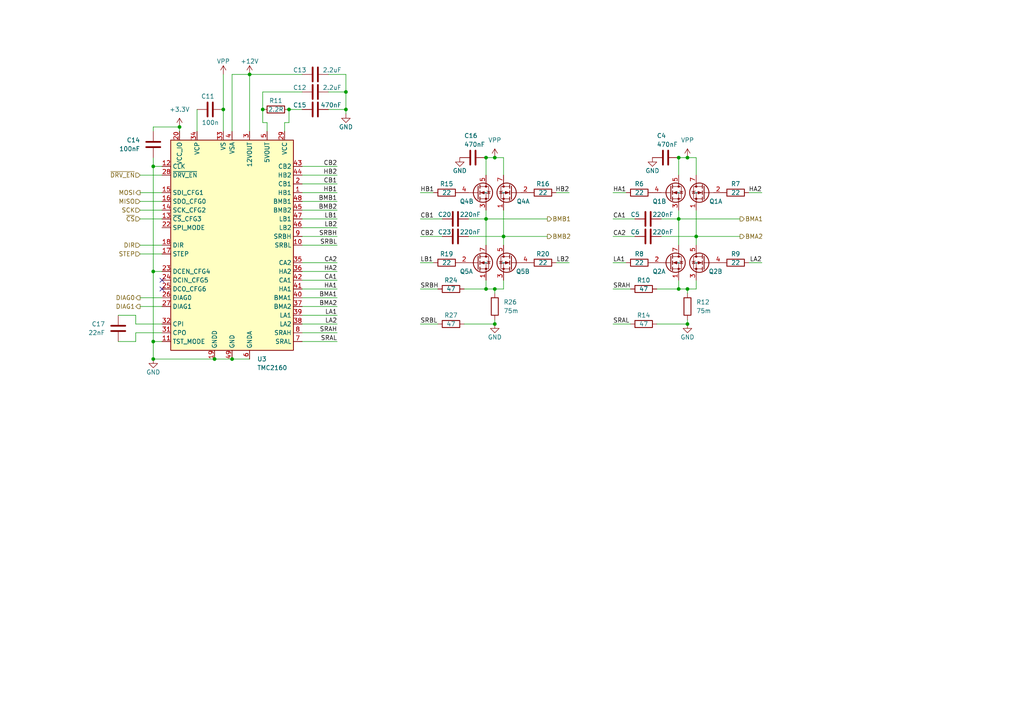
<source format=kicad_sch>
(kicad_sch (version 20230121) (generator eeschema)
  (paper "A4")
  (title_block (title "Evo Motor Controller") (date "2025-01-12") (rev "1.0") (company "Evolutek - Fizzi_"))
  (lib_symbols
    (symbol "ComponentsEvo:Si9634DY" (pin_names hide)
      (property "Reference" "Q" (at -2.54 5.08 0))
      (symbol "Si9634DY_0_1"
        (polyline (pts (xy 0.254 0) (xy -2.54 0)))
        (polyline (pts (xy 0.254 1.905) (xy 0.254 -1.905)) (stroke (width 0.254)))
        (polyline (pts (xy 0.762 -1.27) (xy 0.762 -2.286)) (stroke (width 0.254)))
        (polyline (pts (xy 0.762 0.508) (xy 0.762 -0.508)) (stroke (width 0.254)))
        (polyline (pts (xy 0.762 2.286) (xy 0.762 1.27)) (stroke (width 0.254)))
        (polyline (pts (xy 2.54 2.54) (xy 2.54 1.778)))
        (polyline (pts (xy 2.54 -2.54) (xy 2.54 0) (xy 0.762 0)))
        (polyline (pts (xy 0.762 -1.778) (xy 3.302 -1.778) (xy 3.302 1.778) (xy 0.762 1.778)))
        (polyline (pts (xy 1.016 0) (xy 2.032 0.381) (xy 2.032 -0.381) (xy 1.016 0)) (fill (type outline)))
        (polyline (pts (xy 2.794 0.508) (xy 2.921 0.381) (xy 3.683 0.381) (xy 3.81 0.254)))
        (polyline (pts (xy 3.302 0.381) (xy 2.921 -0.254) (xy 3.683 -0.254) (xy 3.302 0.381)))
        (circle (center 1.651 0) (radius 2.794) (stroke (width 0.254)))
        (circle (center 2.54 -1.778) (radius 0.254) (fill (type outline)))
        (circle (center 2.54 1.778) (radius 0.254) (fill (type outline)))
      )
      (symbol "Si9634DY_1_1"
        (pin passive line (at 2.54 -5.08 90) (length 2.54) (name "S") (number "1"))
        (pin input line (at -5.08 0 0) (length 2.54) (name "G") (number "2"))
        (pin passive line (at 2.54 5.08 270) (length 2.54) (name "D") (number "7"))
        (pin passive line (at 2.54 5.08 270) (length 2.54) hide (name "D") (number "8"))
      )
      (symbol "Si9634DY_2_1"
        (pin passive line (at 2.54 -5.08 90) (length 2.54) (name "S") (number "3"))
        (pin input line (at -5.08 0 0) (length 2.54) (name "G") (number "4"))
        (pin passive line (at 2.54 5.08 270) (length 2.54) (name "D") (number "5"))
        (pin passive line (at 2.54 5.08 270) (length 2.54) hide (name "D") (number "6"))
      )
    )
    (symbol "Device:C" (pin_numbers hide) (pin_names (offset 0.254))
      (property "Reference" "C" (at 0.635 2.54 0))
      (property "Value" "C" (at 0.635 -2.54 0))
      (symbol "C_0_1"
        (polyline (pts (xy -2.032 -0.762) (xy 2.032 -0.762)) (stroke (width 0.508)))
        (polyline (pts (xy -2.032 0.762) (xy 2.032 0.762)) (stroke (width 0.508)))
      )
      (symbol "C_1_1"
        (pin passive line (at 0 3.81 270) (length 2.794) (name "~") (number "1"))
        (pin passive line (at 0 -3.81 90) (length 2.794) (name "~") (number "2"))
      )
    )
    (symbol "Device:R" (pin_numbers hide) (pin_names (offset 0))
      (property "Reference" "R" (at 2.032 0 90))
      (property "Value" "R" (at 0 0 90))
      (symbol "R_0_1"
        (rectangle (start -1.016 -2.54) (end 1.016 2.54) (stroke (width 0.254)))
      )
      (symbol "R_1_1"
        (pin passive line (at 0 3.81 270) (length 1.27) (name "~") (number "1"))
        (pin passive line (at 0 -3.81 90) (length 1.27) (name "~") (number "2"))
      )
    )
    (symbol "Driver_Motor:TMC2160"
      (property "Reference" "U" (at -12.7 -33.02 0))
      (property "Value" "TMC2160" (at 17.78 -33.02 0))
      (symbol "TMC2160_1_1"
        (rectangle (start -17.78 30.48) (end 17.78 -30.48) (stroke (width 0.254)) (fill (type background)))
        (pin output line (at 20.32 15.24 180) (length 2.54) (name "HB1") (number "1"))
        (pin input line (at 20.32 0 180) (length 2.54) (name "SRBL") (number "10"))
        (pin input line (at -20.32 -27.94 0) (length 2.54) (name "TST_MODE") (number "11"))
        (pin input line (at -20.32 22.86 0) (length 2.54) (name "CLK") (number "12"))
        (pin input line (at -20.32 7.62 0) (length 2.54) (name "~{CS}_CFG3") (number "13"))
        (pin input line (at -20.32 10.16 0) (length 2.54) (name "SCK_CFG2") (number "14"))
        (pin input line (at -20.32 15.24 0) (length 2.54) (name "SDI_CFG1") (number "15"))
        (pin passive line (at -20.32 12.7 0) (length 2.54) (name "SDO_CFG0") (number "16"))
        (pin input line (at -20.32 -2.54 0) (length 2.54) (name "STEP") (number "17"))
        (pin input line (at -20.32 0 0) (length 2.54) (name "DIR") (number "18"))
        (pin power_in line (at -5.08 -33.02 90) (length 2.54) (name "GNDD") (number "19"))
        (pin output line (at 20.32 17.78 180) (length 2.54) (name "CB1") (number "2"))
        (pin power_in line (at -15.24 33.02 270) (length 2.54) (name "VCC_IO") (number "20"))
        (pin passive line (at -15.24 33.02 270) (length 2.54) hide (name "VCC_IO") (number "21"))
        (pin input line (at -20.32 5.08 0) (length 2.54) (name "SPI_MODE") (number "22"))
        (pin input line (at -20.32 -7.62 0) (length 2.54) (name "DCEN_CFG4") (number "23"))
        (pin input line (at -20.32 -10.16 0) (length 2.54) (name "DCIN_CFG5") (number "24"))
        (pin output line (at -20.32 -12.7 0) (length 2.54) (name "DCO_CFG6") (number "25"))
        (pin output line (at -20.32 -15.24 0) (length 2.54) (name "DIAG0") (number "26"))
        (pin output line (at -20.32 -17.78 0) (length 2.54) (name "DIAG1") (number "27"))
        (pin input line (at -20.32 20.32 0) (length 2.54) (name "~{DRV_EN}") (number "28"))
        (pin power_in line (at 15.24 33.02 270) (length 2.54) (name "VCC") (number "29"))
        (pin power_in line (at 5.08 33.02 270) (length 2.54) (name "12VOUT") (number "3"))
        (pin passive line (at -5.08 -33.02 90) (length 2.54) hide (name "GNDD") (number "30"))
        (pin passive line (at -20.32 -25.4 0) (length 2.54) (name "CPO") (number "31"))
        (pin passive line (at -20.32 -22.86 0) (length 2.54) (name "CPI") (number "32"))
        (pin power_in line (at -2.54 33.02 270) (length 2.54) (name "VS") (number "33"))
        (pin passive line (at -10.16 33.02 270) (length 2.54) (name "VCP") (number "34"))
        (pin passive line (at 20.32 -5.08 180) (length 2.54) (name "CA2") (number "35"))
        (pin output line (at 20.32 -7.62 180) (length 2.54) (name "HA2") (number "36"))
        (pin passive line (at 20.32 -17.78 180) (length 2.54) (name "BMA2") (number "37"))
        (pin output line (at 20.32 -22.86 180) (length 2.54) (name "LA2") (number "38"))
        (pin output line (at 20.32 -20.32 180) (length 2.54) (name "LA1") (number "39"))
        (pin power_in line (at 0 33.02 270) (length 2.54) (name "VSA") (number "4"))
        (pin passive line (at 20.32 -15.24 180) (length 2.54) (name "BMA1") (number "40"))
        (pin output line (at 20.32 -12.7 180) (length 2.54) (name "HA1") (number "41"))
        (pin output line (at 20.32 -10.16 180) (length 2.54) (name "CA1") (number "42"))
        (pin passive line (at 20.32 22.86 180) (length 2.54) (name "CB2") (number "43"))
        (pin output line (at 20.32 20.32 180) (length 2.54) (name "HB2") (number "44"))
        (pin passive line (at 20.32 10.16 180) (length 2.54) (name "BMB2") (number "45"))
        (pin output line (at 20.32 5.08 180) (length 2.54) (name "LB2") (number "46"))
        (pin output line (at 20.32 7.62 180) (length 2.54) (name "LB1") (number "47"))
        (pin passive line (at 20.32 12.7 180) (length 2.54) (name "BMB1") (number "48"))
        (pin power_in line (at 0 -33.02 90) (length 2.54) (name "GND") (number "49"))
        (pin power_out line (at 10.16 33.02 270) (length 2.54) (name "5VOUT") (number "5"))
        (pin power_in line (at 5.08 -33.02 90) (length 2.54) (name "GNDA") (number "6"))
        (pin input line (at 20.32 -27.94 180) (length 2.54) (name "SRAL") (number "7"))
        (pin input line (at 20.32 -25.4 180) (length 2.54) (name "SRAH") (number "8"))
        (pin input line (at 20.32 2.54 180) (length 2.54) (name "SRBH") (number "9"))
      )
    )
    (symbol "power:+12V" (power) (pin_names (offset 0))
      (property "Value" "+12V" (at 0 3.556 0))
      (symbol "+12V_0_1"
        (polyline (pts (xy -0.762 1.27) (xy 0 2.54)))
        (polyline (pts (xy 0 0) (xy 0 2.54)))
        (polyline (pts (xy 0 2.54) (xy 0.762 1.27)))
      )
      (symbol "+12V_1_1"
        (pin power_in line (at 0 0 90) (length 0) hide (name "+12V") (number "1"))
      )
    )
    (symbol "power:+3.3V" (power) (pin_names (offset 0))
      (property "Value" "+3.3V" (at 0 3.556 0))
      (symbol "+3.3V_0_1"
        (polyline (pts (xy -0.762 1.27) (xy 0 2.54)))
        (polyline (pts (xy 0 0) (xy 0 2.54)))
        (polyline (pts (xy 0 2.54) (xy 0.762 1.27)))
      )
      (symbol "+3.3V_1_1"
        (pin power_in line (at 0 0 90) (length 0) hide (name "+3.3V") (number "1"))
      )
    )
    (symbol "power:GND" (power) (pin_names (offset 0))
      (property "Value" "GND" (at 0 -3.81 0))
      (symbol "GND_0_1"
        (polyline (pts (xy 0 0) (xy 0 -1.27) (xy 1.27 -1.27) (xy 0 -2.54) (xy -1.27 -1.27) (xy 0 -1.27)))
      )
      (symbol "GND_1_1"
        (pin power_in line (at 0 0 270) (length 0) hide (name "GND") (number "1"))
      )
    )
    (symbol "power:VPP" (power) (pin_names (offset 0))
      (property "Value" "VPP" (at 0 3.81 0))
      (symbol "VPP_0_1"
        (polyline (pts (xy -0.762 1.27) (xy 0 2.54)))
        (polyline (pts (xy 0 0) (xy 0 2.54)))
        (polyline (pts (xy 0 2.54) (xy 0.762 1.27)))
      )
      (symbol "VPP_1_1"
        (pin power_in line (at 0 0 90) (length 0) hide (name "VPP") (number "1"))
      )
    )
  )
  (junction (at 76.2 31.75))
  (junction (at 67.31 104.14))
  (junction (at 62.23 104.14))
  (junction (at 100.33 31.75))
  (junction (at 44.45 48.26))
  (junction (at 199.39 83.82))
  (junction (at 140.97 83.82))
  (junction (at 196.85 63.5))
  (junction (at 52.07 36.83))
  (junction (at 72.39 21.59))
  (junction (at 196.85 45.72))
  (junction (at 44.45 99.06))
  (junction (at 100.33 26.67))
  (junction (at 140.97 45.72))
  (junction (at 83.82 31.75))
  (junction (at 201.93 68.58))
  (junction (at 143.51 83.82))
  (junction (at 146.05 68.58))
  (junction (at 196.85 83.82))
  (junction (at 44.45 104.14))
  (junction (at 64.77 31.75))
  (junction (at 199.39 45.72))
  (junction (at 143.51 45.72))
  (junction (at 143.51 93.98))
  (junction (at 199.39 93.98))
  (junction (at 140.97 63.5))
  (junction (at 44.45 78.74))
  (no_connect (at 46.99 81.28))
  (no_connect (at 46.99 83.82))
  (wire (pts (xy 44.45 38.1) (xy 44.45 36.83)))
  (wire (pts (xy 121.92 83.82) (xy 127 83.82)))
  (wire (pts (xy 146.05 60.96) (xy 146.05 68.58)))
  (wire (pts (xy 83.82 31.75) (xy 87.63 31.75)))
  (wire (pts (xy 40.64 60.96) (xy 46.99 60.96)))
  (wire (pts (xy 44.45 99.06) (xy 44.45 104.14)))
  (wire (pts (xy 121.92 68.58) (xy 128.27 68.58)))
  (wire (pts (xy 143.51 83.82) (xy 146.05 83.82)))
  (wire (pts (xy 135.89 63.5) (xy 140.97 63.5)))
  (wire (pts (xy 201.93 45.72) (xy 201.93 50.8)))
  (wire (pts (xy 196.85 83.82) (xy 199.39 83.82)))
  (wire (pts (xy 67.31 21.59) (xy 72.39 21.59)))
  (wire (pts (xy 44.45 78.74) (xy 44.45 48.26)))
  (wire (pts (xy 44.45 99.06) (xy 44.45 78.74)))
  (wire (pts (xy 140.97 63.5) (xy 140.97 71.12)))
  (wire (pts (xy 201.93 60.96) (xy 201.93 68.58)))
  (wire (pts (xy 177.8 63.5) (xy 184.15 63.5)))
  (wire (pts (xy 196.85 63.5) (xy 196.85 60.96)))
  (wire (pts (xy 44.45 45.72) (xy 44.45 48.26)))
  (wire (pts (xy 196.85 45.72) (xy 196.85 50.8)))
  (wire (pts (xy 199.39 45.72) (xy 196.85 45.72)))
  (wire (pts (xy 87.63 63.5) (xy 97.79 63.5)))
  (wire (pts (xy 87.63 58.42) (xy 97.79 58.42)))
  (wire (pts (xy 146.05 68.58) (xy 158.75 68.58)))
  (wire (pts (xy 34.29 91.44) (xy 39.37 91.44)))
  (wire (pts (xy 40.64 58.42) (xy 46.99 58.42)))
  (wire (pts (xy 87.63 71.12) (xy 97.79 71.12)))
  (wire (pts (xy 76.2 26.67) (xy 76.2 31.75)))
  (wire (pts (xy 87.63 81.28) (xy 97.79 81.28)))
  (wire (pts (xy 72.39 21.59) (xy 72.39 38.1)))
  (wire (pts (xy 40.64 86.36) (xy 46.99 86.36)))
  (wire (pts (xy 82.55 35.56) (xy 83.82 35.56)))
  (wire (pts (xy 76.2 31.75) (xy 76.2 35.56)))
  (wire (pts (xy 95.25 31.75) (xy 100.33 31.75)))
  (wire (pts (xy 87.63 91.44) (xy 97.79 91.44)))
  (wire (pts (xy 39.37 93.98) (xy 46.99 93.98)))
  (wire (pts (xy 196.85 63.5) (xy 214.63 63.5)))
  (wire (pts (xy 201.93 68.58) (xy 214.63 68.58)))
  (wire (pts (xy 146.05 45.72) (xy 146.05 50.8)))
  (wire (pts (xy 87.63 68.58) (xy 97.79 68.58)))
  (wire (pts (xy 199.39 83.82) (xy 199.39 85.09)))
  (wire (pts (xy 72.39 21.59) (xy 87.63 21.59)))
  (wire (pts (xy 201.93 68.58) (xy 201.93 71.12)))
  (wire (pts (xy 177.8 93.98) (xy 182.88 93.98)))
  (wire (pts (xy 87.63 88.9) (xy 97.79 88.9)))
  (wire (pts (xy 95.25 21.59) (xy 100.33 21.59)))
  (wire (pts (xy 100.33 26.67) (xy 100.33 31.75)))
  (wire (pts (xy 62.23 104.14) (xy 67.31 104.14)))
  (wire (pts (xy 191.77 63.5) (xy 196.85 63.5)))
  (wire (pts (xy 87.63 55.88) (xy 97.79 55.88)))
  (wire (pts (xy 100.33 31.75) (xy 100.33 33.02)))
  (wire (pts (xy 76.2 26.67) (xy 87.63 26.67)))
  (wire (pts (xy 177.8 76.2) (xy 181.61 76.2)))
  (wire (pts (xy 83.82 31.75) (xy 83.82 35.56)))
  (wire (pts (xy 177.8 68.58) (xy 184.15 68.58)))
  (wire (pts (xy 165.1 76.2) (xy 161.29 76.2)))
  (wire (pts (xy 77.47 35.56) (xy 77.47 38.1)))
  (wire (pts (xy 87.63 93.98) (xy 97.79 93.98)))
  (wire (pts (xy 46.99 96.52) (xy 39.37 96.52)))
  (wire (pts (xy 140.97 63.5) (xy 140.97 60.96)))
  (wire (pts (xy 135.89 68.58) (xy 146.05 68.58)))
  (wire (pts (xy 165.1 55.88) (xy 161.29 55.88)))
  (wire (pts (xy 40.64 63.5) (xy 46.99 63.5)))
  (wire (pts (xy 87.63 50.8) (xy 97.79 50.8)))
  (wire (pts (xy 196.85 81.28) (xy 196.85 83.82)))
  (wire (pts (xy 67.31 21.59) (xy 67.31 38.1)))
  (wire (pts (xy 220.98 55.88) (xy 217.17 55.88)))
  (wire (pts (xy 140.97 63.5) (xy 158.75 63.5)))
  (wire (pts (xy 87.63 83.82) (xy 97.79 83.82)))
  (wire (pts (xy 199.39 83.82) (xy 201.93 83.82)))
  (wire (pts (xy 190.5 83.82) (xy 196.85 83.82)))
  (wire (pts (xy 44.45 99.06) (xy 46.99 99.06)))
  (wire (pts (xy 143.51 45.72) (xy 146.05 45.72)))
  (wire (pts (xy 44.45 78.74) (xy 46.99 78.74)))
  (wire (pts (xy 57.15 31.75) (xy 57.15 38.1)))
  (wire (pts (xy 177.8 83.82) (xy 182.88 83.82)))
  (wire (pts (xy 196.85 63.5) (xy 196.85 71.12)))
  (wire (pts (xy 39.37 96.52) (xy 39.37 99.06)))
  (wire (pts (xy 40.64 73.66) (xy 46.99 73.66)))
  (wire (pts (xy 87.63 96.52) (xy 97.79 96.52)))
  (wire (pts (xy 40.64 55.88) (xy 46.99 55.88)))
  (wire (pts (xy 44.45 36.83) (xy 52.07 36.83)))
  (wire (pts (xy 87.63 86.36) (xy 97.79 86.36)))
  (wire (pts (xy 146.05 83.82) (xy 146.05 81.28)))
  (wire (pts (xy 199.39 45.72) (xy 201.93 45.72)))
  (wire (pts (xy 140.97 83.82) (xy 143.51 83.82)))
  (wire (pts (xy 44.45 104.14) (xy 62.23 104.14)))
  (wire (pts (xy 143.51 93.98) (xy 143.51 92.71)))
  (wire (pts (xy 87.63 78.74) (xy 97.79 78.74)))
  (wire (pts (xy 44.45 48.26) (xy 46.99 48.26)))
  (wire (pts (xy 140.97 45.72) (xy 143.51 45.72)))
  (wire (pts (xy 34.29 99.06) (xy 39.37 99.06)))
  (wire (pts (xy 40.64 50.8) (xy 46.99 50.8)))
  (wire (pts (xy 87.63 60.96) (xy 97.79 60.96)))
  (wire (pts (xy 121.92 76.2) (xy 125.73 76.2)))
  (wire (pts (xy 191.77 68.58) (xy 201.93 68.58)))
  (wire (pts (xy 67.31 104.14) (xy 72.39 104.14)))
  (wire (pts (xy 87.63 66.04) (xy 97.79 66.04)))
  (wire (pts (xy 220.98 76.2) (xy 217.17 76.2)))
  (wire (pts (xy 140.97 45.72) (xy 140.97 50.8)))
  (wire (pts (xy 76.2 35.56) (xy 77.47 35.56)))
  (wire (pts (xy 134.62 83.82) (xy 140.97 83.82)))
  (wire (pts (xy 39.37 91.44) (xy 39.37 93.98)))
  (wire (pts (xy 100.33 21.59) (xy 100.33 26.67)))
  (wire (pts (xy 121.92 55.88) (xy 125.73 55.88)))
  (wire (pts (xy 40.64 71.12) (xy 46.99 71.12)))
  (wire (pts (xy 134.62 93.98) (xy 143.51 93.98)))
  (wire (pts (xy 82.55 35.56) (xy 82.55 38.1)))
  (wire (pts (xy 95.25 26.67) (xy 100.33 26.67)))
  (wire (pts (xy 140.97 81.28) (xy 140.97 83.82)))
  (wire (pts (xy 121.92 93.98) (xy 127 93.98)))
  (wire (pts (xy 52.07 36.83) (xy 52.07 38.1)))
  (wire (pts (xy 64.77 21.59) (xy 64.77 31.75)))
  (wire (pts (xy 87.63 53.34) (xy 97.79 53.34)))
  (wire (pts (xy 143.51 85.09) (xy 143.51 83.82)))
  (wire (pts (xy 201.93 83.82) (xy 201.93 81.28)))
  (wire (pts (xy 40.64 88.9) (xy 46.99 88.9)))
  (wire (pts (xy 121.92 63.5) (xy 128.27 63.5)))
  (wire (pts (xy 199.39 93.98) (xy 199.39 92.71)))
  (wire (pts (xy 87.63 76.2) (xy 97.79 76.2)))
  (wire (pts (xy 87.63 99.06) (xy 97.79 99.06)))
  (wire (pts (xy 146.05 68.58) (xy 146.05 71.12)))
  (wire (pts (xy 190.5 93.98) (xy 199.39 93.98)))
  (wire (pts (xy 87.63 48.26) (xy 97.79 48.26)))
  (wire (pts (xy 64.77 31.75) (xy 64.77 38.1)))
  (wire (pts (xy 177.8 55.88) (xy 181.61 55.88)))
  (label "LA2" (at 97.79 93.98 180))
  (label "HB1" (at 121.92 55.88 0))
  (label "LA1" (at 97.79 91.44 180))
  (label "BMA1" (at 97.79 86.36 180))
  (label "LB1" (at 97.79 63.5 180))
  (label "LB1" (at 121.92 76.2 0))
  (label "LB2" (at 97.79 66.04 180))
  (label "CA1" (at 177.8 63.5 0))
  (label "LB2" (at 165.1 76.2 180))
  (label "HB1" (at 97.79 55.88 180))
  (label "LA2" (at 220.98 76.2 180))
  (label "CA2" (at 97.79 76.2 180))
  (label "BMB2" (at 97.79 60.96 180))
  (label "HA1" (at 177.8 55.88 0))
  (label "SRAH" (at 97.79 96.52 180))
  (label "HB2" (at 97.79 50.8 180))
  (label "CA2" (at 177.8 68.58 0))
  (label "SRAL" (at 177.8 93.98 0))
  (label "CB1" (at 121.92 63.5 0))
  (label "BMA2" (at 97.79 88.9 180))
  (label "CB1" (at 97.79 53.34 180))
  (label "HA2" (at 97.79 78.74 180))
  (label "BMB1" (at 97.79 58.42 180))
  (label "HA2" (at 220.98 55.88 180))
  (label "HB2" (at 165.1 55.88 180))
  (label "HA1" (at 97.79 83.82 180))
  (label "CB2" (at 121.92 68.58 0))
  (label "SRAH" (at 177.8 83.82 0))
  (label "SRBL" (at 97.79 71.12 180))
  (label "SRAL" (at 97.79 99.06 180))
  (label "SRBH" (at 97.79 68.58 180))
  (label "SRBL" (at 121.92 93.98 0))
  (label "CA1" (at 97.79 81.28 180))
  (label "CB2" (at 97.79 48.26 180))
  (label "LA1" (at 177.8 76.2 0))
  (label "SRBH" (at 121.92 83.82 0))
  (hierarchical_label "~{DRV_EN}" (shape input) (at 40.64 50.8 180))
  (hierarchical_label "BMB1" (shape output) (at 158.75 63.5 0))
  (hierarchical_label "BMB2" (shape output) (at 158.75 68.58 0))
  (hierarchical_label "~{CS}" (shape input) (at 40.64 63.5 180))
  (hierarchical_label "STEP" (shape input) (at 40.64 73.66 180))
  (hierarchical_label "DIR" (shape input) (at 40.64 71.12 180))
  (hierarchical_label "DIAG0" (shape output) (at 40.64 86.36 180))
  (hierarchical_label "SCK" (shape input) (at 40.64 60.96 180))
  (hierarchical_label "BMA1" (shape output) (at 214.63 63.5 0))
  (hierarchical_label "DIAG1" (shape output) (at 40.64 88.9 180))
  (hierarchical_label "BMA2" (shape output) (at 214.63 68.58 0))
  (hierarchical_label "MISO" (shape input) (at 40.64 58.42 180))
  (hierarchical_label "MOSI" (shape output) (at 40.64 55.88 180))
  (symbol (lib_id "ComponentsEvo:Si9634DY") (at 138.43 55.88 0) (unit 2)
    (property "Reference" "Q4" (at 133.35 58.42 0) (effects (justify left)))
    (property "Value" "~" (at 140.97 55.88 0))
    (property "Footprint" "Package_SO:SO-8_3.9x4.9mm_P1.27mm" (effects hide))
    (property "Datasheet" "https://www.vishay.com/docs/62114/si9634dy.pdf" (effects hide))
  )
  (symbol (lib_id "Device:R") (at 157.48 76.2 90) (unit 1)
    (property "Reference" "R20" (at 157.48 73.66 90))
    (property "Value" "22" (at 157.48 76.2 90))
    (property "Footprint" "Resistor_SMD:R_0603_1608Metric" (effects hide))
  )
  (symbol (lib_id "Device:C") (at 34.29 95.25 0) (mirror y) (unit 1)
    (property "Reference" "C17" (at 30.48 93.98 0) (effects (justify left)))
    (property "Value" "22nF" (at 30.48 96.52 0) (effects (justify left)))
    (property "Footprint" "Capacitor_SMD:C_0603_1608Metric" (effects hide))
  )
  (symbol (lib_id "ComponentsEvo:Si9634DY") (at 138.43 76.2 0) (unit 1)
    (property "Reference" "Q5" (at 133.35 78.74 0) (effects (justify left)))
    (property "Value" "~" (at 140.97 76.2 0))
    (property "Footprint" "Package_SO:SO-8_3.9x4.9mm_P1.27mm" (effects hide))
    (property "Datasheet" "https://www.vishay.com/docs/62114/si9634dy.pdf" (effects hide))
  )
  (symbol (lib_id "power:VPP") (at 199.39 45.72 0) (unit 1)
    (property "Reference" "#PWR039" (effects hide))
    (property "Value" "VPP" (at 199.39 40.64 0))
  )
  (symbol (lib_id "Device:R") (at 186.69 83.82 270) (mirror x) (unit 1)
    (property "Reference" "R10" (at 186.69 81.28 90))
    (property "Value" "47" (at 186.69 83.82 90))
    (property "Footprint" "Resistor_SMD:R_0603_1608Metric" (effects hide))
  )
  (symbol (lib_id "Device:R") (at 80.01 31.75 90) (unit 1)
    (property "Reference" "R11" (at 80.01 29.21 90))
    (property "Value" "2.2R" (at 80.01 31.75 90))
    (property "Footprint" "Resistor_SMD:R_0603_1608Metric" (effects hide))
  )
  (symbol (lib_id "power:GND") (at 199.39 93.98 0) (unit 1)
    (property "Reference" "#PWR044" (effects hide))
    (property "Value" "GND" (at 199.39 97.79 0))
  )
  (symbol (lib_id "Device:R") (at 157.48 55.88 90) (unit 1)
    (property "Reference" "R16" (at 157.48 53.34 90))
    (property "Value" "22" (at 157.48 55.88 90))
    (property "Footprint" "Resistor_SMD:R_0603_1608Metric" (effects hide))
  )
  (symbol (lib_id "power:GND") (at 133.35 45.72 0) (unit 1)
    (property "Reference" "#PWR027" (effects hide))
    (property "Value" "GND" (at 133.35 49.53 0))
  )
  (symbol (lib_id "ComponentsEvo:Si9634DY") (at 204.47 76.2 0) (mirror y) (unit 2)
    (property "Reference" "Q2" (at 209.55 78.74 0) (effects (justify left)))
    (property "Value" "~" (at 201.93 76.2 0))
    (property "Footprint" "Package_SO:SO-8_3.9x4.9mm_P1.27mm" (effects hide))
    (property "Datasheet" "https://www.vishay.com/docs/62114/si9634dy.pdf" (effects hide))
  )
  (symbol (lib_id "Device:C") (at 187.96 63.5 270) (mirror x) (unit 1)
    (property "Reference" "C5" (at 182.88 62.23 90) (effects (justify left)))
    (property "Value" "220nF" (at 189.23 62.23 90) (effects (justify left)))
    (property "Footprint" "Capacitor_SMD:C_0603_1608Metric" (effects hide))
  )
  (symbol (lib_id "Device:C") (at 44.45 41.91 0) (mirror y) (unit 1)
    (property "Reference" "C14" (at 40.64 40.64 0) (effects (justify left)))
    (property "Value" "100nF" (at 40.64 43.18 0) (effects (justify left)))
    (property "Footprint" "Capacitor_SMD:C_0603_1608Metric" (effects hide))
  )
  (symbol (lib_id "Device:R") (at 129.54 76.2 270) (mirror x) (unit 1)
    (property "Reference" "R19" (at 129.54 73.66 90))
    (property "Value" "22" (at 129.54 76.2 90))
    (property "Footprint" "Resistor_SMD:R_0603_1608Metric" (effects hide))
  )
  (symbol (lib_id "Device:C") (at 132.08 63.5 270) (mirror x) (unit 1)
    (property "Reference" "C20" (at 127 62.23 90) (effects (justify left)))
    (property "Value" "220nF" (at 133.35 62.23 90) (effects (justify left)))
    (property "Footprint" "Capacitor_SMD:C_0603_1608Metric" (effects hide))
  )
  (symbol (lib_id "Device:R") (at 130.81 93.98 270) (mirror x) (unit 1)
    (property "Reference" "R27" (at 130.81 91.44 90))
    (property "Value" "47" (at 130.81 93.98 90))
    (property "Footprint" "Resistor_SMD:R_0603_1608Metric" (effects hide))
  )
  (symbol (lib_id "Device:C") (at 187.96 68.58 270) (mirror x) (unit 1)
    (property "Reference" "C6" (at 182.88 67.31 90) (effects (justify left)))
    (property "Value" "220nF" (at 189.23 67.31 90) (effects (justify left)))
    (property "Footprint" "Capacitor_SMD:C_0603_1608Metric" (effects hide))
  )
  (symbol (lib_id "power:VPP") (at 143.51 45.72 0) (unit 1)
    (property "Reference" "#PWR030" (effects hide))
    (property "Value" "VPP" (at 143.51 40.64 0))
  )
  (symbol (lib_id "power:GND") (at 100.33 33.02 0) (unit 1)
    (property "Reference" "#PWR022" (effects hide))
    (property "Value" "GND" (at 100.33 36.83 0))
  )
  (symbol (lib_id "Device:C") (at 91.44 26.67 90) (unit 1)
    (property "Reference" "C12" (at 88.9 25.4 90) (effects (justify left)))
    (property "Value" "2.2uF" (at 99.06 25.4 90) (effects (justify left)))
    (property "Footprint" "Capacitor_SMD:C_0603_1608Metric" (effects hide))
  )
  (symbol (lib_id "power:GND") (at 143.51 93.98 0) (unit 1)
    (property "Reference" "#PWR043" (effects hide))
    (property "Value" "GND" (at 143.51 97.79 0))
  )
  (symbol (lib_id "Device:R") (at 213.36 76.2 90) (unit 1)
    (property "Reference" "R9" (at 213.36 73.66 90))
    (property "Value" "22" (at 213.36 76.2 90))
    (property "Footprint" "Resistor_SMD:R_0603_1608Metric" (effects hide))
  )
  (symbol (lib_id "Device:C") (at 132.08 68.58 270) (mirror x) (unit 1)
    (property "Reference" "C23" (at 127 67.31 90) (effects (justify left)))
    (property "Value" "220nF" (at 133.35 67.31 90) (effects (justify left)))
    (property "Footprint" "Capacitor_SMD:C_0603_1608Metric" (effects hide))
  )
  (symbol (lib_id "ComponentsEvo:Si9634DY") (at 148.59 76.2 0) (mirror y) (unit 2)
    (property "Reference" "Q5" (at 153.67 78.74 0) (effects (justify left)))
    (property "Value" "~" (at 146.05 76.2 0))
    (property "Footprint" "Package_SO:SO-8_3.9x4.9mm_P1.27mm" (effects hide))
    (property "Datasheet" "https://www.vishay.com/docs/62114/si9634dy.pdf" (effects hide))
  )
  (symbol (lib_id "Device:C") (at 193.04 45.72 270) (mirror x) (unit 1)
    (property "Reference" "C4" (at 190.5 39.37 90) (effects (justify left)))
    (property "Value" "470nF" (at 190.5 41.91 90) (effects (justify left)))
    (property "Footprint" "Capacitor_SMD:C_0603_1608Metric" (effects hide))
  )
  (symbol (lib_id "power:GND") (at 189.23 45.72 0) (unit 1)
    (property "Reference" "#PWR031" (effects hide))
    (property "Value" "GND" (at 189.23 49.53 0))
  )
  (symbol (lib_id "Device:R") (at 185.42 55.88 90) (unit 1)
    (property "Reference" "R6" (at 185.42 53.34 90))
    (property "Value" "22" (at 185.42 55.88 90))
    (property "Footprint" "Resistor_SMD:R_0603_1608Metric" (effects hide))
  )
  (symbol (lib_id "power:+3.3V") (at 52.07 36.83 0) (unit 1)
    (property "Reference" "#PWR023" (effects hide))
    (property "Value" "+3.3V" (at 52.07 31.75 0))
  )
  (symbol (lib_id "ComponentsEvo:Si9634DY") (at 194.31 55.88 0) (unit 2)
    (property "Reference" "Q1" (at 189.23 58.42 0) (effects (justify left)))
    (property "Value" "~" (at 196.85 55.88 0))
    (property "Footprint" "Package_SO:SO-8_3.9x4.9mm_P1.27mm" (effects hide))
    (property "Datasheet" "https://www.vishay.com/docs/62114/si9634dy.pdf" (effects hide))
  )
  (symbol (lib_id "Device:C") (at 91.44 31.75 90) (unit 1)
    (property "Reference" "C15" (at 88.9 30.48 90) (effects (justify left)))
    (property "Value" "470nF" (at 99.06 30.48 90) (effects (justify left)))
    (property "Footprint" "Capacitor_SMD:C_0603_1608Metric" (effects hide))
  )
  (symbol (lib_id "Driver_Motor:TMC2160") (at 67.31 71.12 0) (unit 1)
    (property "Reference" "U3" (at 74.5841 104.14 0) (effects (justify left)))
    (property "Value" "TMC2160" (at 74.5841 106.68 0) (effects (justify left)))
    (property "Footprint" "Package_QFP:TQFP-48-1EP_7x7mm_P0.5mm_EP5x5mm" (effects hide))
    (property "Datasheet" "https://www.trinamic.com/fileadmin/assets/Products/ICs_Documents/TMC2160A-datasheet_Rev1.06.pdf" (effects hide))
  )
  (symbol (lib_id "Device:R") (at 143.51 88.9 0) (unit 1)
    (property "Reference" "R26" (at 146.05 87.63 0) (effects (justify left)))
    (property "Value" "75m" (at 146.05 90.17 0) (effects (justify left)))
    (property "Footprint" "Resistor_SMD:R_1206_3216Metric" (effects hide))
  )
  (symbol (lib_id "Device:R") (at 186.69 93.98 270) (mirror x) (unit 1)
    (property "Reference" "R14" (at 186.69 91.44 90))
    (property "Value" "47" (at 186.69 93.98 90))
    (property "Footprint" "Resistor_SMD:R_0603_1608Metric" (effects hide))
  )
  (symbol (lib_id "Device:C") (at 137.16 45.72 270) (mirror x) (unit 1)
    (property "Reference" "C16" (at 134.62 39.37 90) (effects (justify left)))
    (property "Value" "470nF" (at 134.62 41.91 90) (effects (justify left)))
    (property "Footprint" "Capacitor_SMD:C_0603_1608Metric" (effects hide))
  )
  (symbol (lib_id "Device:R") (at 130.81 83.82 270) (mirror x) (unit 1)
    (property "Reference" "R24" (at 130.81 81.28 90))
    (property "Value" "47" (at 130.81 83.82 90))
    (property "Footprint" "Resistor_SMD:R_0603_1608Metric" (effects hide))
  )
  (symbol (lib_id "Device:C") (at 60.96 31.75 90) (unit 1)
    (property "Reference" "C11" (at 62.23 27.94 90) (effects (justify left)))
    (property "Value" "100n" (at 63.5 35.56 90) (effects (justify left)))
    (property "Footprint" "Capacitor_SMD:C_0603_1608Metric" (effects hide))
  )
  (symbol (lib_id "Device:R") (at 199.39 88.9 0) (unit 1)
    (property "Reference" "R12" (at 201.93 87.63 0) (effects (justify left)))
    (property "Value" "75m" (at 201.93 90.17 0) (effects (justify left)))
    (property "Footprint" "Resistor_SMD:R_1206_3216Metric" (effects hide))
  )
  (symbol (lib_id "ComponentsEvo:Si9634DY") (at 204.47 55.88 0) (mirror y) (unit 1)
    (property "Reference" "Q1" (at 209.55 58.42 0) (effects (justify left)))
    (property "Value" "~" (at 201.93 55.88 0))
    (property "Footprint" "Package_SO:SO-8_3.9x4.9mm_P1.27mm" (effects hide))
    (property "Datasheet" "https://www.vishay.com/docs/62114/si9634dy.pdf" (effects hide))
  )
  (symbol (lib_id "ComponentsEvo:Si9634DY") (at 194.31 76.2 0) (unit 1)
    (property "Reference" "Q2" (at 189.23 78.74 0) (effects (justify left)))
    (property "Value" "~" (at 196.85 76.2 0))
    (property "Footprint" "Package_SO:SO-8_3.9x4.9mm_P1.27mm" (effects hide))
    (property "Datasheet" "https://www.vishay.com/docs/62114/si9634dy.pdf" (effects hide))
  )
  (symbol (lib_id "Device:R") (at 213.36 55.88 90) (unit 1)
    (property "Reference" "R7" (at 213.36 53.34 90))
    (property "Value" "22" (at 213.36 55.88 90))
    (property "Footprint" "Resistor_SMD:R_0603_1608Metric" (effects hide))
  )
  (symbol (lib_id "power:+12V") (at 72.39 21.59 0) (unit 1)
    (property "Reference" "#PWR015" (effects hide))
    (property "Value" "+12V" (at 72.39 17.78 0))
  )
  (symbol (lib_id "Device:R") (at 185.42 76.2 270) (mirror x) (unit 1)
    (property "Reference" "R8" (at 185.42 73.66 90))
    (property "Value" "22" (at 185.42 76.2 90))
    (property "Footprint" "Resistor_SMD:R_0603_1608Metric" (effects hide))
  )
  (symbol (lib_id "ComponentsEvo:Si9634DY") (at 148.59 55.88 0) (mirror y) (unit 1)
    (property "Reference" "Q4" (at 153.67 58.42 0) (effects (justify left)))
    (property "Value" "~" (at 146.05 55.88 0))
    (property "Footprint" "Package_SO:SO-8_3.9x4.9mm_P1.27mm" (effects hide))
    (property "Datasheet" "https://www.vishay.com/docs/62114/si9634dy.pdf" (effects hide))
  )
  (symbol (lib_id "Device:C") (at 91.44 21.59 90) (unit 1)
    (property "Reference" "C13" (at 88.9 20.32 90) (effects (justify left)))
    (property "Value" "2.2uF" (at 99.06 20.32 90) (effects (justify left)))
    (property "Footprint" "Capacitor_SMD:C_0603_1608Metric" (effects hide))
  )
  (symbol (lib_id "Device:R") (at 129.54 55.88 90) (unit 1)
    (property "Reference" "R15" (at 129.54 53.34 90))
    (property "Value" "22" (at 129.54 55.88 90))
    (property "Footprint" "Resistor_SMD:R_0603_1608Metric" (effects hide))
  )
  (symbol (lib_id "power:GND") (at 44.45 104.14 0) (unit 1)
    (property "Reference" "#PWR026" (effects hide))
    (property "Value" "GND" (at 44.45 107.95 0))
  )
  (symbol (lib_id "power:VPP") (at 64.77 21.59 0) (unit 1)
    (property "Reference" "#PWR014" (effects hide))
    (property "Value" "VPP" (at 64.77 17.78 0))
  )
)
</source>
